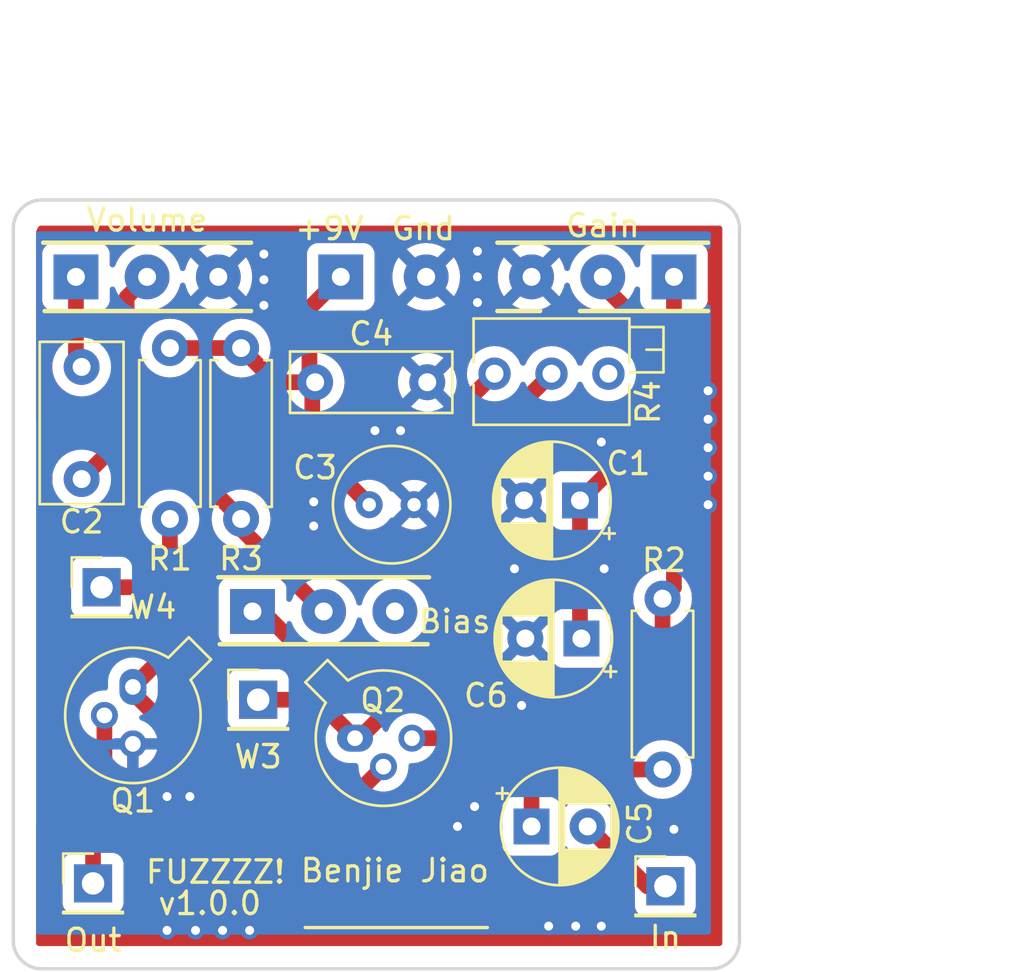
<source format=kicad_pcb>
(kicad_pcb (version 20211014) (generator pcbnew)
  (title_block (title "FUZZZZ!") (rev "v1.0.0") (company "benjiaomodular"))
  (layers (0 "F.Cu" signal) (31 "B.Cu" signal) (34 "B.Paste" user) (35 "F.Paste" user) (36 "B.SilkS" user "B.Silkscreen") (37 "F.SilkS" user "F.Silkscreen") (38 "B.Mask" user) (39 "F.Mask" user) (44 "Edge.Cuts" user))
  (net 0 "")
  (net 1 "Net-(Bias1-Pad2)")
  (net 2 "Net-(C1-Pad1)")
  (net 3 "Earth")
  (net 4 "Net-(C2-Pad2)")
  (net 5 "+9V")
  (net 6 "Net-(C5-Pad2)")
  (net 7 "Net-(C5-Pad1)")
  (net 8 "Net-(Gain1-Pad1)")
  (net 9 "Net-(Q1-Pad1)")
  (net 10 "Net-(Q2-Pad1)")
  (net 11 "Net-(Volume1-Pad2)")
  (net 12 "Net-(Bias1-Pad1)")
  (footprint "Connector_Wire:SolderWirePad_1x03_P3.175mm_Drill0.8mm" (layer "F.Cu") (at 128.778 64.7065)
    (fp_text reference "Bias" (at 9.017 0.4445 180) (layer "F.SilkS"))
    (fp_text value "B10K")
    (pad "1" thru_hole rect locked (at 0 0) (size 1.99898 1.99898) (drill 0.8001) (layers *.Cu *.Mask) (net 12 "Net-(Bias1-Pad1)"))
    (pad "2" thru_hole circle locked (at 3.175 0) (size 1.99898 1.99898) (drill 0.8001) (layers *.Cu *.Mask) (net 1 "Net-(Bias1-Pad2)"))
    (pad "3" thru_hole circle locked (at 6.35 0) (size 1.99898 1.99898) (drill 0.8001) (layers *.Cu *.Mask))
  )
  (footprint "Capacitor_THT:CP_Radial_D5.0mm_P2.50mm" (layer "F.Cu") (at 143.383 59.7535 180)
    (fp_text reference "C1" (at -2.159 1.651 180) (layer "F.SilkS"))
    (fp_text value "10uF")
    (pad "1" thru_hole rect locked (at 0 0 180) (size 1.6 1.6) (drill 0.8) (layers *.Cu *.Mask) (net 2 "Net-(C1-Pad1)"))
    (pad "2" thru_hole circle locked (at 2.5 0 180) (size 1.6 1.6) (drill 0.8) (layers *.Cu *.Mask) (net 3 "Earth"))
  )
  (footprint "Capacitor_THT:C_Rect_L7.0mm_W3.5mm_P5.00mm" (layer "F.Cu") (at 121.158 58.801 90)
    (fp_text reference "C2" (at -1.905 0 180) (layer "F.SilkS"))
    (fp_text value "10nF")
    (pad "1" thru_hole circle locked (at 0 0 90) (size 1.6 1.6) (drill 0.8) (layers *.Cu *.Mask) (net 1 "Net-(Bias1-Pad2)"))
    (pad "2" thru_hole circle locked (at 5 0 90) (size 1.6 1.6) (drill 0.8) (layers *.Cu *.Mask) (net 4 "Net-(C2-Pad2)"))
  )
  (footprint "Capacitor_THT:C_Radial_D5.0mm_H5.0mm_P2.00mm" (layer "F.Cu") (at 133.985 59.944)
    (fp_text reference "C3" (at -2.413 -1.651) (layer "F.SilkS"))
    (fp_text value "10uF")
    (pad "1" thru_hole circle locked (at 0 0) (size 1.2 1.2) (drill 0.6) (layers *.Cu *.Mask) (net 5 "+9V"))
    (pad "2" thru_hole circle locked (at 2 0) (size 1.2 1.2) (drill 0.6) (layers *.Cu *.Mask) (net 3 "Earth"))
  )
  (footprint "Capacitor_THT:CP_Radial_D5.0mm_P2.50mm" (layer "F.Cu") (at 141.224 74.295)
    (fp_text reference "C5" (at 4.826 -0.127 -270) (layer "F.SilkS"))
    (fp_text value "2.2.uF")
    (pad "1" thru_hole rect locked (at 0 0) (size 1.6 1.6) (drill 0.8) (layers *.Cu *.Mask) (net 7 "Net-(C5-Pad1)"))
    (pad "2" thru_hole circle locked (at 2.5 0) (size 1.6 1.6) (drill 0.8) (layers *.Cu *.Mask) (net 6 "Net-(C5-Pad2)"))
  )
  (footprint "Connector_Wire:SolderWirePad_1x03_P3.175mm_Drill0.8mm" (layer "F.Cu") (at 147.574 49.784 180)
    (fp_text reference "Gain" (at 3.175 2.286 180) (layer "F.SilkS"))
    (fp_text value "B1K")
    (pad "1" thru_hole rect locked (at 0 0 180) (size 1.99898 1.99898) (drill 0.8001) (layers *.Cu *.Mask) (net 8 "Net-(Gain1-Pad1)"))
    (pad "2" thru_hole circle locked (at 3.175 0 180) (size 1.99898 1.99898) (drill 0.8001) (layers *.Cu *.Mask) (net 2 "Net-(C1-Pad1)"))
    (pad "3" thru_hole circle locked (at 6.35 0 180) (size 1.99898 1.99898) (drill 0.8001) (layers *.Cu *.Mask) (net 3 "Earth"))
  )
  (footprint "Connector_Wire:SolderWirePad_1x02_P3.81mm_Drill0.8mm" (layer "F.Cu") (at 132.715 49.784)
    (fp_text reference "+9V" (at -0.508 -2.159) (layer "F.SilkS") (effects (font (thickness 0.153))))
    (fp_text value "Jack-DC")
    (pad "1" thru_hole rect locked (at 0 0) (size 1.99898 1.99898) (drill 0.8001) (layers *.Cu *.Mask) (net 5 "+9V"))
    (pad "2" thru_hole circle locked (at 3.81 0) (size 1.99898 1.99898) (drill 0.8001) (layers *.Cu *.Mask) (net 3 "Earth"))
  )
  (footprint "Package_TO_SOT_THT:TO-18-3" (layer "F.Cu") (at 123.444 68.072 -90)
    (fp_text reference "Q1" (at 5.08 0) (layer "F.SilkS"))
    (fp_text value "BC108")
    (pad "1" thru_hole oval locked (at 0 0 270) (size 1.6 1.2) (drill 0.7) (layers *.Cu *.Mask) (net 9 "Net-(Q1-Pad1)"))
    (pad "2" thru_hole oval locked (at 1.27 1.27 270) (size 1.2 1.2) (drill 0.7) (layers *.Cu *.Mask) (net 7 "Net-(C5-Pad1)"))
    (pad "3" thru_hole oval locked (at 2.54 0 270) (size 1.2 1.2) (drill 0.7) (layers *.Cu *.Mask) (net 3 "Earth"))
  )
  (footprint "Package_TO_SOT_THT:TO-18-3" (layer "F.Cu") (at 133.35 70.358)
    (fp_text reference "Q2" (at 1.24 -1.688 180) (layer "F.SilkS"))
    (fp_text value "BC108")
    (pad "1" thru_hole oval locked (at 0 0) (size 1.6 1.2) (drill 0.7) (layers *.Cu *.Mask) (net 10 "Net-(Q2-Pad1)"))
    (pad "2" thru_hole oval locked (at 1.27 1.27) (size 1.2 1.2) (drill 0.7) (layers *.Cu *.Mask) (net 9 "Net-(Q1-Pad1)"))
    (pad "3" thru_hole oval locked (at 2.54 0) (size 1.2 1.2) (drill 0.7) (layers *.Cu *.Mask) (net 8 "Net-(Gain1-Pad1)"))
  )
  (footprint "Resistor_THT:R_Axial_DIN0207_L6.3mm_D2.5mm_P7.62mm_Horizontal" (layer "F.Cu") (at 125.095 52.959 -90)
    (fp_text reference "R1" (at 9.398 0) (layer "F.SilkS"))
    (fp_text value "33K")
    (pad "1" thru_hole circle locked (at 0 0 270) (size 1.6 1.6) (drill 0.8) (layers *.Cu *.Mask) (net 5 "+9V"))
    (pad "2" thru_hole oval locked (at 7.62 0 270) (size 1.6 1.6) (drill 0.8) (layers *.Cu *.Mask) (net 9 "Net-(Q1-Pad1)"))
  )
  (footprint "Resistor_THT:R_Axial_DIN0207_L6.3mm_D2.5mm_P7.62mm_Horizontal" (layer "F.Cu") (at 147.066 64.135 -90)
    (fp_text reference "R2" (at -1.7145 -0.0635) (layer "F.SilkS"))
    (fp_text value "100K")
    (pad "1" thru_hole circle locked (at 0 0 270) (size 1.6 1.6) (drill 0.8) (layers *.Cu *.Mask) (net 8 "Net-(Gain1-Pad1)"))
    (pad "2" thru_hole oval locked (at 7.62 0 270) (size 1.6 1.6) (drill 0.8) (layers *.Cu *.Mask) (net 7 "Net-(C5-Pad1)"))
  )
  (footprint "Resistor_THT:R_Axial_DIN0207_L6.3mm_D2.5mm_P7.62mm_Horizontal" (layer "F.Cu") (at 128.27 60.579 90)
    (fp_text reference "R3" (at -1.778 0 180) (layer "F.SilkS"))
    (fp_text value "330")
    (pad "1" thru_hole circle locked (at 0 0 90) (size 1.6 1.6) (drill 0.8) (layers *.Cu *.Mask) (net 1 "Net-(Bias1-Pad2)"))
    (pad "2" thru_hole oval locked (at 7.62 0 90) (size 1.6 1.6) (drill 0.8) (layers *.Cu *.Mask) (net 5 "+9V"))
  )
  (footprint "Potentiometer_THT:Potentiometer_Bourns_3266Z_Horizontal" (layer "F.Cu") (at 139.573 54.102 180)
    (fp_text reference "R4" (at -6.858 -1.27 270) (layer "F.SilkS"))
    (fp_text value "10K")
    (pad "1" thru_hole circle locked (at 0 0 180) (size 1.44 1.44) (drill 0.8) (layers *.Cu *.Mask) (net 12 "Net-(Bias1-Pad1)"))
    (pad "2" thru_hole circle locked (at -2.54 0 180) (size 1.44 1.44) (drill 0.8) (layers *.Cu *.Mask) (net 10 "Net-(Q2-Pad1)"))
    (pad "3" thru_hole circle locked (at -5.08 0 180) (size 1.44 1.44) (drill 0.8) (layers *.Cu *.Mask))
  )
  (footprint "Connector_Wire:SolderWirePad_1x03_P3.175mm_Drill0.8mm" (layer "F.Cu") (at 120.904 49.784)
    (fp_text reference "Volume" (at 3.175 -2.54) (layer "F.SilkS"))
    (fp_text value "A500K")
    (pad "1" thru_hole rect locked (at 0 0) (size 1.99898 1.99898) (drill 0.8001) (layers *.Cu *.Mask) (net 4 "Net-(C2-Pad2)"))
    (pad "2" thru_hole circle locked (at 3.175 0) (size 1.99898 1.99898) (drill 0.8001) (layers *.Cu *.Mask) (net 11 "Net-(Volume1-Pad2)"))
    (pad "3" thru_hole circle locked (at 6.35 0) (size 1.99898 1.99898) (drill 0.8001) (layers *.Cu *.Mask) (net 3 "Earth"))
  )
  (footprint "Connector_PinHeader_2.54mm:PinHeader_1x01_P2.54mm_Vertical" (layer "F.Cu") (at 147.193 76.962)
    (fp_text reference "In" (at 0 2.286) (layer "F.SilkS"))
    (fp_text value "AUDIO IN")
    (pad "1" thru_hole rect locked (at 0 0) (size 1.7 1.7) (drill 1) (layers *.Cu *.Mask) (net 6 "Net-(C5-Pad2)"))
  )
  (footprint "Connector_PinHeader_2.54mm:PinHeader_1x01_P2.54mm_Vertical" (layer "F.Cu") (at 121.666 76.835)
    (fp_text reference "Out" (at 0 2.54) (layer "F.SilkS"))
    (fp_text value "AUDIO OUT")
    (pad "1" thru_hole rect locked (at 0 0) (size 1.7 1.7) (drill 1) (layers *.Cu *.Mask) (net 11 "Net-(Volume1-Pad2)"))
  )
  (footprint "Connector_PinHeader_2.54mm:PinHeader_1x01_P2.54mm_Vertical" (layer "F.Cu") (at 129.032 68.6435)
    (fp_text reference "W3" (at 0 2.54) (layer "F.SilkS"))
    (fp_text value "TEST_1P")
    (pad "1" thru_hole rect locked (at 0 0) (size 1.7 1.7) (drill 1) (layers *.Cu *.Mask) (net 10 "Net-(Q2-Pad1)"))
  )
  (footprint "Connector_PinHeader_2.54mm:PinHeader_1x01_P2.54mm_Vertical" (layer "F.Cu") (at 122.047 63.627)
    (fp_text reference "W4" (at 2.286 0.889 180) (layer "F.SilkS"))
    (fp_text value "TEST_1P")
    (pad "1" thru_hole rect locked (at 0 0) (size 1.7 1.7) (drill 1) (layers *.Cu *.Mask) (net 9 "Net-(Q1-Pad1)"))
  )
  (footprint "Capacitor_THT:CP_Radial_D5.0mm_P2.50mm" (layer "F.Cu") (at 143.4465 65.913 180)
    (fp_text reference "C6" (at 4.2545 -2.54 180) (layer "F.SilkS"))
    (fp_text value "10uF")
    (pad "1" thru_hole rect locked (at 0 0 180) (size 1.6 1.6) (drill 0.8) (layers *.Cu *.Mask) (net 2 "Net-(C1-Pad1)"))
    (pad "2" thru_hole circle locked (at 2.5 0 180) (size 1.6 1.6) (drill 0.8) (layers *.Cu *.Mask) (net 3 "Earth"))
  )
  (footprint "Capacitor_THT:C_Rect_L7.0mm_W2.5mm_P5.00mm" (layer "F.Cu") (at 131.572 54.483)
    (fp_text reference "C4" (at 2.5 -2.159) (layer "F.SilkS"))
    (fp_text value "100nF")
    (pad "1" thru_hole circle locked (at 0 0) (size 1.6 1.6) (drill 0.8) (layers *.Cu *.Mask) (net 5 "+9V"))
    (pad "2" thru_hole circle locked (at 5 0) (size 1.6 1.6) (drill 0.8) (layers *.Cu *.Mask) (net 3 "Earth"))
  )
  (gr_line (start 119.507 51.308) (end 128.7145 51.308) (layer "F.SilkS") (width 0.2))
  (gr_line (start 139.7 51.308) (end 141.605 51.308) (layer "F.SilkS") (width 0.2))
  (gr_line (start 139.7 48.26) (end 149.098 48.26) (layer "F.SilkS") (width 0.2))
  (gr_line (start 127.254 63.1825) (end 136.652 63.1825) (layer "F.SilkS") (width 0.2))
  (gr_line (start 119.4435 48.26) (end 128.7145 48.26) (layer "F.SilkS") (width 0.2))
  (gr_line (start 131.1275 78.8035) (end 139.2555 78.8035) (layer "F.SilkS") (width 0.15))
  (gr_line (start 143.383 51.308) (end 149.098 51.308) (layer "F.SilkS") (width 0.2))
  (gr_line (start 127.3175 66.167) (end 136.5885 66.167) (layer "F.SilkS") (width 0.2))
  (gr_arc (start 118.11 47.625) (mid 118.481974 46.726974) (end 119.38 46.355) (layer "Edge.Cuts") (width 0.15))
  (gr_arc (start 150.495 79.375) (mid 150.123026 80.273026) (end 149.225 80.645) (layer "Edge.Cuts") (width 0.15))
  (gr_line (start 149.225 80.645) (end 119.38 80.645) (layer "Edge.Cuts") (width 0.15))
  (gr_line (start 150.495 47.625) (end 150.495 79.375) (layer "Edge.Cuts") (width 0.15))
  (gr_line (start 118.11 79.375) (end 118.11 47.625) (layer "Edge.Cuts") (width 0.15))
  (gr_arc (start 149.225 46.355) (mid 150.123026 46.726974) (end 150.495 47.625) (layer "Edge.Cuts") (width 0.15))
  (gr_arc (start 119.38 80.645) (mid 118.481974 80.273026) (end 118.11 79.375) (layer "Edge.Cuts") (width 0.15))
  (gr_line (start 119.38 46.355) (end 149.225 46.355) (layer "Edge.Cuts") (width 0.15))
  (gr_text "Benjie Jiao " (at 135.509 76.2635) (layer "F.SilkS") (effects (font (size 1 1))))
  (gr_text "Gnd" (at 136.398 47.625) (layer "F.SilkS") (effects (font (size 1 1) (thickness 0.153))))
  (gr_text "v1.0.0" (at 126.873 77.724) (layer "F.SilkS") (effects (font (size 1 1))))
  (gr_text "FUZZZZ!" (at 127.127 76.327) (layer "F.SilkS") (effects (font (size 1 1))))
  (segment (start 128.27 61.0235) (end 131.953 64.7065) (width 0.7) (layer "F.Cu") (net 1))
  (segment (start 121.158 58.801) (end 122.428 57.531) (width 0.7) (layer "F.Cu") (net 1))
  (segment (start 122.428 57.531) (end 125.222 57.531) (width 0.7) (layer "F.Cu") (net 1))
  (segment (start 128.27 60.579) (end 128.27 61.0235) (width 0.7) (layer "F.Cu") (net 1))
  (segment (start 125.222 57.531) (end 128.27 60.579) (width 0.7) (layer "F.Cu") (net 1))
  (segment (start 143.383 59.7535) (end 143.383 65.8495) (width 0.7) (layer "F.Cu") (net 2))
  (segment (start 144.399 50.165) (end 146.558 52.324) (width 0.7) (layer "F.Cu") (net 2))
  (segment (start 146.558 52.324) (end 146.558 56.5785) (width 0.7) (layer "F.Cu") (net 2))
  (segment (start 146.558 56.5785) (end 143.383 59.7535) (width 0.7) (layer "F.Cu") (net 2))
  (segment (start 143.383 65.8495) (end 143.4465 65.913) (width 0.7) (layer "F.Cu") (net 2))
  (segment (start 144.399 49.784) (end 144.399 50.165) (width 0.7) (layer "F.Cu") (net 2))
  (via (at 140.462 62.8015) (size 0.8) (drill 0.4) (layers "F.Cu" "B.Cu") (net 3))
  (via (at 134.239 56.642) (size 0.8) (drill 0.4) (layers "F.Cu" "B.Cu") (net 3))
  (via (at 149.098 59.944) (size 0.8) (drill 0.4) (layers "F.Cu" "B.Cu") (net 3))
  (via (at 149.098 54.864) (size 0.8) (drill 0.4) (layers "F.Cu" "B.Cu") (net 3))
  (via (at 129.286 51.054) (size 0.8) (drill 0.4) (layers "F.Cu" "B.Cu") (net 3))
  (via (at 147.574 74.422) (size 0.8) (drill 0.4) (layers "F.Cu" "B.Cu") (net 3))
  (via (at 125.984 72.9615) (size 0.8) (drill 0.4) (layers "F.Cu" "B.Cu") (net 3))
  (via (at 127.4445 78.9305) (size 0.8) (drill 0.4) (layers "F.Cu" "B.Cu") (net 3))
  (via (at 138.811 50.927) (size 0.8) (drill 0.4) (layers "F.Cu" "B.Cu") (net 3))
  (via (at 124.968 78.9305) (size 0.8) (drill 0.4) (layers "F.Cu" "B.Cu") (net 3))
  (via (at 144.3355 57.15) (size 0.8) (drill 0.4) (layers "F.Cu" "B.Cu") (net 3))
  (via (at 135.382 56.642) (size 0.8) (drill 0.4) (layers "F.Cu" "B.Cu") (net 3))
  (via (at 140.7795 68.8975) (size 0.8) (drill 0.4) (layers "F.Cu" "B.Cu") (net 3))
  (via (at 143.1925 78.74) (size 0.8) (drill 0.4) (layers "F.Cu" "B.Cu") (net 3))
  (via (at 129.286 49.911) (size 0.8) (drill 0.4) (layers "F.Cu" "B.Cu") (net 3))
  (via (at 144.4625 62.8015) (size 0.8) (drill 0.4) (layers "F.Cu" "B.Cu") (net 3))
  (via (at 138.811 49.784) (size 0.8) (drill 0.4) (layers "F.Cu" "B.Cu") (net 3))
  (via (at 141.986 78.74) (size 0.8) (drill 0.4) (layers "F.Cu" "B.Cu") (net 3))
  (via (at 144.3355 78.74) (size 0.8) (drill 0.4) (layers "F.Cu" "B.Cu") (net 3))
  (via (at 149.098 58.674) (size 0.8) (drill 0.4) (layers "F.Cu" "B.Cu") (net 3))
  (via (at 129.286 48.768) (size 0.8) (drill 0.4) (layers "F.Cu" "B.Cu") (net 3))
  (via (at 128.651 78.9305) (size 0.8) (drill 0.4) (layers "F.Cu" "B.Cu") (net 3))
  (via (at 138.811 48.641) (size 0.8) (drill 0.4) (layers "F.Cu" "B.Cu") (net 3))
  (via (at 131.5085 60.8965) (size 0.8) (drill 0.4) (layers "F.Cu" "B.Cu") (net 3))
  (via (at 131.5085 59.817) (size 0.8) (drill 0.4) (layers "F.Cu" "B.Cu") (net 3))
  (via (at 149.098 57.404) (size 0.8) (drill 0.4) (layers "F.Cu" "B.Cu") (net 3))
  (via (at 124.968 72.9615) (size 0.8) (drill 0.4) (layers "F.Cu" "B.Cu") (net 3))
  (via (at 126.238 78.9305) (size 0.8) (drill 0.4) (layers "F.Cu" "B.Cu") (net 3))
  (via (at 137.922 74.295) (size 0.8) (drill 0.4) (layers "F.Cu" "B.Cu") (net 3))
  (via (at 138.684 73.406) (size 0.8) (drill 0.4) (layers "F.Cu" "B.Cu") (net 3))
  (via (at 149.098 56.134) (size 0.8) (drill 0.4) (layers "F.Cu" "B.Cu") (net 3))
  (segment (start 120.904 49.784) (end 120.904 53.547) (width 0.7) (layer "F.Cu") (net 4))
  (segment (start 120.904 53.547) (end 121.158 53.801) (width 0.7) (layer "F.Cu") (net 4))
  (segment (start 125.095 52.959) (end 128.27 52.959) (width 0.7) (layer "F.Cu") (net 5))
  (segment (start 131.826 54.483) (end 131.318 53.975) (width 0.7) (layer "F.Cu") (net 5))
  (segment (start 131.445 57.404) (end 133.985 59.944) (width 0.7) (layer "F.Cu") (net 5))
  (segment (start 131.318 53.975) (end 131.318 51.181) (width 0.7) (layer "F.Cu") (net 5))
  (segment (start 131.826 54.483) (end 131.445 54.864) (width 0.7) (layer "F.Cu") (net 5))
  (segment (start 129.794 54.483) (end 128.27 52.959) (width 0.7) (layer "F.Cu") (net 5))
  (segment (start 131.445 54.864) (end 131.445 57.404) (width 0.7) (layer "F.Cu") (net 5))
  (segment (start 131.318 51.181) (end 132.715 49.784) (width 0.7) (layer "F.Cu") (net 5))
  (segment (start 131.826 54.483) (end 129.794 54.483) (width 0.7) (layer "F.Cu") (net 5))
  (segment (start 147.193 76.962) (end 146.391 76.962) (width 0.7) (layer "F.Cu") (net 6))
  (segment (start 146.391 76.962) (end 143.724 74.295) (width 0.7) (layer "F.Cu") (net 6))
  (segment (start 147.193 76.922) (end 147.193 76.962) (width 0.7) (layer "F.Cu") (net 6))
  (segment (start 145.93463 71.755) (end 147.066 71.755) (width 0.7) (layer "F.Cu") (net 7))
  (segment (start 135.255 74.422) (end 137.922 71.755) (width 0.7) (layer "F.Cu") (net 7))
  (segment (start 137.922 71.755) (end 139.6365 71.755) (width 0.7) (layer "F.Cu") (net 7))
  (segment (start 141.224 72.795) (end 140.184 71.755) (width 0.7) (layer "F.Cu") (net 7))
  (segment (start 123.2535 74.422) (end 135.255 74.422) (width 0.7) (layer "F.Cu") (net 7))
  (segment (start 140.184 71.755) (end 139.6365 71.755) (width 0.7) (layer "F.Cu") (net 7))
  (segment (start 122.174 73.3425) (end 123.2535 74.422) (width 0.7) (layer "F.Cu") (net 7))
  (segment (start 139.6365 71.755) (end 145.93463 71.755) (width 0.7) (layer "F.Cu") (net 7))
  (segment (start 141.224 74.295) (end 141.224 72.795) (width 0.7) (layer "F.Cu") (net 7))
  (segment (start 122.174 69.342) (end 122.174 73.3425) (width 0.7) (layer "F.Cu") (net 7))
  (segment (start 135.89 70.358) (end 143.51 70.358) (width 0.7) (layer "F.Cu") (net 8))
  (segment (start 147.574 63.627) (end 147.066 64.135) (width 0.7) (layer "F.Cu") (net 8))
  (segment (start 147.066 66.802) (end 147.066 64.135) (width 0.7) (layer "F.Cu") (net 8))
  (segment (start 147.574 49.784) (end 147.574 63.627) (width 0.7) (layer "F.Cu") (net 8))
  (segment (start 143.51 70.358) (end 147.066 66.802) (width 0.7) (layer "F.Cu") (net 8))
  (segment (start 122.047 63.627) (end 123.597 63.627) (width 0.7) (layer "F.Cu") (net 9))
  (segment (start 125.095 60.579) (end 125.095 66.421) (width 0.7) (layer "F.Cu") (net 9))
  (segment (start 123.597 63.627) (end 125.095 65.125) (width 0.7) (layer "F.Cu") (net 9))
  (segment (start 128.016 72.898) (end 133.35 72.898) (width 0.7) (layer "F.Cu") (net 9))
  (segment (start 123.444 68.326) (end 128.016 72.898) (width 0.7) (layer "F.Cu") (net 9))
  (segment (start 133.35 72.898) (end 134.62 71.628) (width 0.7) (layer "F.Cu") (net 9))
  (segment (start 123.444 68.072) (end 123.444 68.326) (width 0.7) (layer "F.Cu") (net 9))
  (segment (start 125.095 65.125) (end 125.095 66.421) (width 0.7) (layer "F.Cu") (net 9))
  (segment (start 125.095 66.421) (end 123.444 68.072) (width 0.7) (layer "F.Cu") (net 9))
  (segment (start 138.811 57.404) (end 142.113 54.102) (width 0.7) (layer "F.Cu") (net 10))
  (segment (start 133.35 70.358) (end 133.55 70.358) (width 0.7) (layer "F.Cu") (net 10))
  (segment (start 129.032 68.6435) (end 131.6355 68.6435) (width 0.7) (layer "F.Cu") (net 10))
  (segment (start 135.201 68.707) (end 136.779 68.707) (width 0.7) (layer "F.Cu") (net 10))
  (segment (start 133.55 70.358) (end 135.201 68.707) (width 0.7) (layer "F.Cu") (net 10))
  (segment (start 136.779 68.707) (end 138.811 66.675) (width 0.7) (layer "F.Cu") (net 10))
  (segment (start 131.6355 68.6435) (end 133.35 70.358) (width 0.7) (layer "F.Cu") (net 10))
  (segment (start 138.811 66.675) (end 138.811 57.404) (width 0.7) (layer "F.Cu") (net 10))
  (segment (start 123.165564 55.269436) (end 122.428 56.007) (width 0.7) (layer "F.Cu") (net 11))
  (segment (start 121.666 75.285) (end 121.666 76.835) (width 0.7) (layer "F.Cu") (net 11))
  (segment (start 119.507 57.3405) (end 119.507 73.126) (width 0.7) (layer "F.Cu") (net 11))
  (segment (start 122.428 56.007) (end 120.8405 56.007) (width 0.7) (layer "F.Cu") (net 11))
  (segment (start 120.8405 56.007) (end 119.507 57.3405) (width 0.7) (layer "F.Cu") (net 11))
  (segment (start 123.165564 50.697436) (end 123.165564 55.269436) (width 0.7) (layer "F.Cu") (net 11))
  (segment (start 124.079 49.784) (end 123.165564 50.697436) (width 0.7) (layer "F.Cu") (net 11))
  (segment (start 119.507 73.126) (end 121.666 75.285) (width 0.7) (layer "F.Cu") (net 11))
  (segment (start 131.191 66.675) (end 136.4615 66.675) (width 0.7) (layer "F.Cu") (net 12))
  (segment (start 137.668 56.007) (end 139.573 54.102) (width 0.7) (layer "F.Cu") (net 12))
  (segment (start 129.2225 64.7065) (end 131.191 66.675) (width 0.7) (layer "F.Cu") (net 12))
  (segment (start 136.4615 66.675) (end 137.668 65.4685) (width 0.7) (layer "F.Cu") (net 12))
  (segment (start 137.668 65.4685) (end 137.668 56.007) (width 0.7) (layer "F.Cu") (net 12))
  (segment (start 128.778 64.7065) (end 129.2225 64.7065) (width 0.7) (layer "F.Cu") (net 12))
  (zone (net 3) (net_name "Earth") (layer "F.Cu") (connect_pads (clearance 0.508)) (min_thickness 0.254) (fill yes (thermal_gap 0.508) (thermal_bridge_width 0.508))
    (polygon (pts (xy 119.253 47.498) (xy 149.733 47.498) (xy 149.733 79.629) (xy 119.126 79.629) (xy 119.126 47.752)))
  )
  (zone (net 3) (net_name "Earth") (layer "B.Cu") (connect_pads (clearance 0.508)) (min_thickness 0.254) (fill yes (thermal_gap 0.508) (thermal_bridge_width 0.508))
    (polygon (pts (xy 119.126 47.752) (xy 149.225 47.752) (xy 149.225 79.121) (xy 119.126 79.121)))
  )
)
</source>
